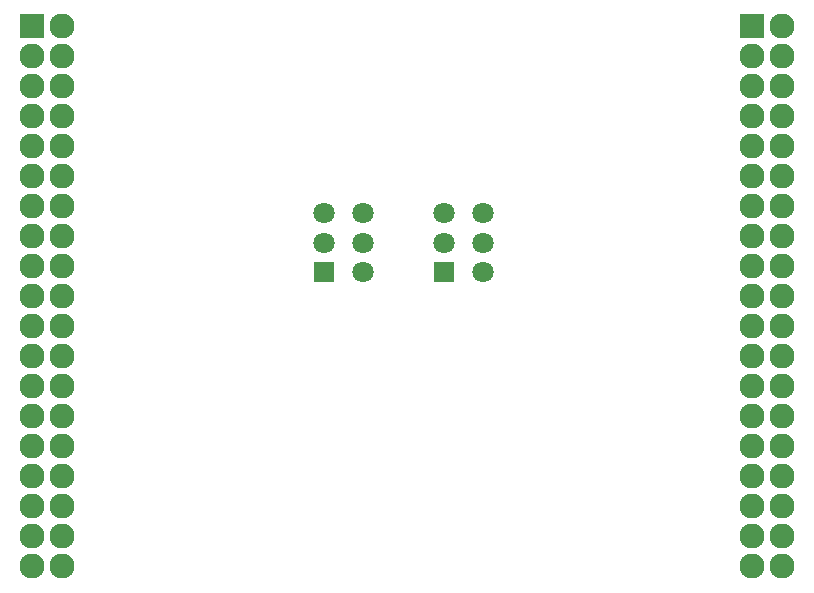
<source format=gbr>
G04 #@! TF.FileFunction,Soldermask,Bot*
%FSLAX46Y46*%
G04 Gerber Fmt 4.6, Leading zero omitted, Abs format (unit mm)*
G04 Created by KiCad (PCBNEW 4.0.7) date Sat Mar 17 14:08:55 2018*
%MOMM*%
%LPD*%
G01*
G04 APERTURE LIST*
%ADD10C,0.100000*%
%ADD11R,2.127200X2.127200*%
%ADD12O,2.127200X2.127200*%
%ADD13R,1.800000X1.800000*%
%ADD14C,1.800000*%
G04 APERTURE END LIST*
D10*
D11*
X133250000Y-71240000D03*
D12*
X135790000Y-71240000D03*
X133250000Y-73780000D03*
X135790000Y-73780000D03*
X133250000Y-76320000D03*
X135790000Y-76320000D03*
X133250000Y-78860000D03*
X135790000Y-78860000D03*
X133250000Y-81400000D03*
X135790000Y-81400000D03*
X133250000Y-83940000D03*
X135790000Y-83940000D03*
X133250000Y-86480000D03*
X135790000Y-86480000D03*
X133250000Y-89020000D03*
X135790000Y-89020000D03*
X133250000Y-91560000D03*
X135790000Y-91560000D03*
X133250000Y-94100000D03*
X135790000Y-94100000D03*
X133250000Y-96640000D03*
X135790000Y-96640000D03*
X133250000Y-99180000D03*
X135790000Y-99180000D03*
X133250000Y-101720000D03*
X135790000Y-101720000D03*
X133250000Y-104260000D03*
X135790000Y-104260000D03*
X133250000Y-106800000D03*
X135790000Y-106800000D03*
X133250000Y-109340000D03*
X135790000Y-109340000D03*
X133250000Y-111880000D03*
X135790000Y-111880000D03*
X133250000Y-114420000D03*
X135790000Y-114420000D03*
X133250000Y-116960000D03*
X135790000Y-116960000D03*
D11*
X194210000Y-71240000D03*
D12*
X196750000Y-71240000D03*
X194210000Y-73780000D03*
X196750000Y-73780000D03*
X194210000Y-76320000D03*
X196750000Y-76320000D03*
X194210000Y-78860000D03*
X196750000Y-78860000D03*
X194210000Y-81400000D03*
X196750000Y-81400000D03*
X194210000Y-83940000D03*
X196750000Y-83940000D03*
X194210000Y-86480000D03*
X196750000Y-86480000D03*
X194210000Y-89020000D03*
X196750000Y-89020000D03*
X194210000Y-91560000D03*
X196750000Y-91560000D03*
X194210000Y-94100000D03*
X196750000Y-94100000D03*
X194210000Y-96640000D03*
X196750000Y-96640000D03*
X194210000Y-99180000D03*
X196750000Y-99180000D03*
X194210000Y-101720000D03*
X196750000Y-101720000D03*
X194210000Y-104260000D03*
X196750000Y-104260000D03*
X194210000Y-106800000D03*
X196750000Y-106800000D03*
X194210000Y-109340000D03*
X196750000Y-109340000D03*
X194210000Y-111880000D03*
X196750000Y-111880000D03*
X194210000Y-114420000D03*
X196750000Y-114420000D03*
X194210000Y-116960000D03*
X196750000Y-116960000D03*
D13*
X157940000Y-92060000D03*
D14*
X157940000Y-89560000D03*
X157940000Y-87060000D03*
X161240000Y-92060000D03*
X161240000Y-89560000D03*
X161240000Y-87060000D03*
D13*
X168100000Y-92060000D03*
D14*
X168100000Y-89560000D03*
X168100000Y-87060000D03*
X171400000Y-92060000D03*
X171400000Y-89560000D03*
X171400000Y-87060000D03*
M02*

</source>
